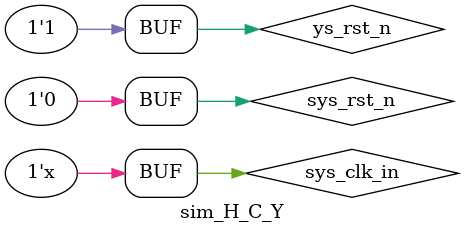
<source format=v>
`timescale 1ns / 1ps


module sim_H_C_Y(

    );
    wire [7:0]seg_cs_pin;
    wire [7:0]seg_data_0_pin;
    wire [7:0]seg_data_1_pin;
    
    reg sys_clk_in,sys_rst_n;
initial
	begin
		sys_clk_in=1'b1;
		sys_rst_n=1'b0;

		#3sys_rst_n=1'b1;
	end

always  #5
	sys_clk_in=~sys_clk_in;

    
     H_C_Y HCY(
      sys_clk_in,
      sys_rst_n,
      seg_cs_pin,
      seg_data_0_pin,
      seg_data_1_pin
    );
endmodule

</source>
